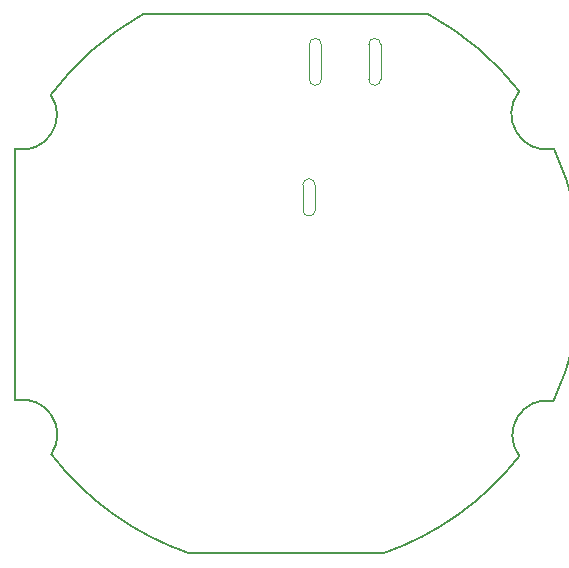
<source format=gm1>
G04 #@! TF.GenerationSoftware,KiCad,Pcbnew,8.0.8*
G04 #@! TF.CreationDate,2025-02-05T12:42:34+03:00*
G04 #@! TF.ProjectId,SMHome_2RelayBoardRound_ESP32_C3_Mini_v1,534d486f-6d65-45f3-9252-656c6179426f,12*
G04 #@! TF.SameCoordinates,Original*
G04 #@! TF.FileFunction,Profile,NP*
%FSLAX46Y46*%
G04 Gerber Fmt 4.6, Leading zero omitted, Abs format (unit mm)*
G04 Created by KiCad (PCBNEW 8.0.8) date 2025-02-05 12:42:34*
%MOMM*%
%LPD*%
G01*
G04 APERTURE LIST*
G04 #@! TA.AperFunction,Profile*
%ADD10C,0.200000*%
G04 #@! TD*
G04 #@! TA.AperFunction,Profile*
%ADD11C,0.100000*%
G04 #@! TD*
G04 APERTURE END LIST*
D10*
X125425200Y-94411800D02*
X125425200Y-115697000D01*
D11*
X150867999Y-99591378D02*
G75*
G02*
X149809177Y-99570021I-529199J21178D01*
G01*
X156413200Y-88520978D02*
G75*
G02*
X155387783Y-88524935I-512700J-4222D01*
G01*
D10*
X160477200Y-83032601D02*
G75*
G02*
X168148000Y-89535000I-12076100J-22021799D01*
G01*
X168148000Y-120421400D02*
G75*
G02*
X171043600Y-115747802I2365700J1768100D01*
G01*
D11*
X155387800Y-85570621D02*
G75*
G02*
X156413200Y-85570621I512700J0D01*
G01*
D10*
X128473200Y-89839800D02*
G75*
G02*
X125425201Y-94411795I-2431240J-1681170D01*
G01*
D11*
X150358600Y-85570621D02*
G75*
G02*
X151384000Y-85570621I512700J0D01*
G01*
X149809199Y-97461821D02*
X149809200Y-99591378D01*
D10*
X171094400Y-94411800D02*
G75*
G02*
X168148055Y-89535044I-593900J2969600D01*
G01*
D11*
X150358600Y-88524935D02*
X150358600Y-85570621D01*
X149809199Y-97461821D02*
G75*
G02*
X150867977Y-97483177I529601J-179D01*
G01*
X151384000Y-88520978D02*
X151384000Y-85570621D01*
D10*
X140208000Y-128651000D02*
G75*
G02*
X128524005Y-120268996I8061200J23571200D01*
G01*
X128473200Y-89839800D02*
G75*
G02*
X136245605Y-83032610I20192300J-15214600D01*
G01*
D11*
X155387800Y-88524935D02*
X155387800Y-85570621D01*
X151384000Y-88520978D02*
G75*
G02*
X150358583Y-88524935I-512700J-4222D01*
G01*
D10*
X171094400Y-94411800D02*
G75*
G02*
X171043606Y-115747803I-22834600J-10613700D01*
G01*
D11*
X156413200Y-88520978D02*
X156413200Y-85570621D01*
D10*
X156616400Y-128651000D02*
X140208000Y-128651000D01*
D11*
X150867999Y-97483178D02*
X150867999Y-99616778D01*
D10*
X125425200Y-115697000D02*
G75*
G02*
X128524047Y-120269032I634700J-2906000D01*
G01*
X168148000Y-120421400D02*
G75*
G02*
X156616394Y-128650983I-19687200J15392400D01*
G01*
X136245600Y-83032600D02*
X160477200Y-83032600D01*
M02*

</source>
